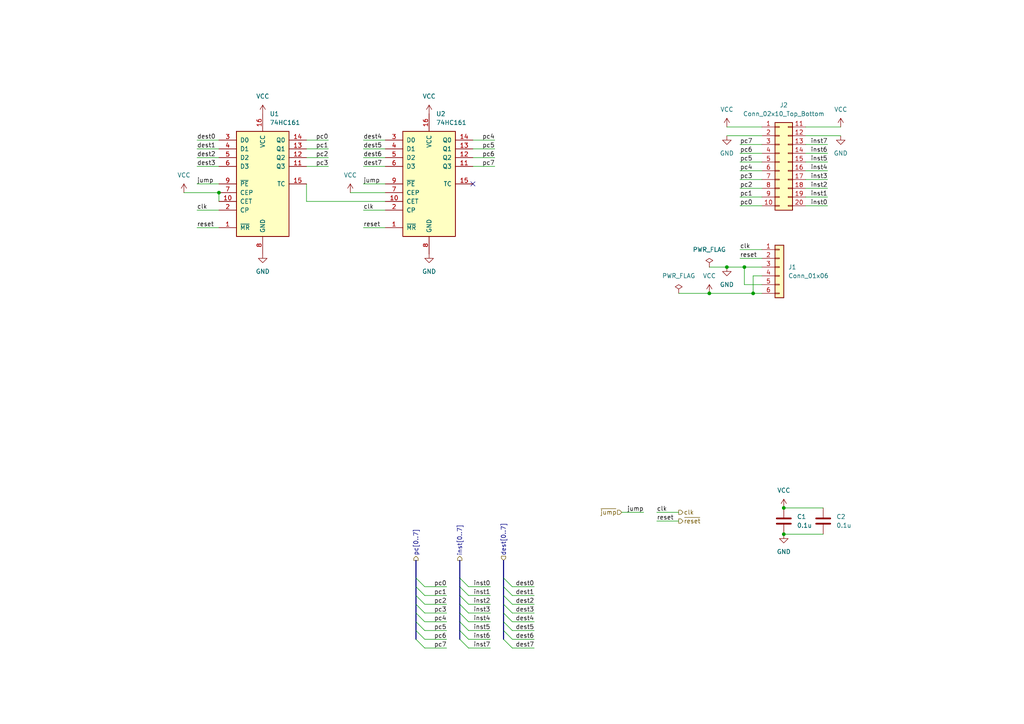
<source format=kicad_sch>
(kicad_sch (version 20211123) (generator eeschema)

  (uuid e9724c91-c9d9-4644-a4ea-9512e9175da2)

  (paper "A4")

  (lib_symbols
    (symbol "74xx:74LS161" (pin_names (offset 1.016)) (in_bom yes) (on_board yes)
      (property "Reference" "U" (id 0) (at -7.62 16.51 0)
        (effects (font (size 1.27 1.27)))
      )
      (property "Value" "74LS161" (id 1) (at -7.62 -16.51 0)
        (effects (font (size 1.27 1.27)))
      )
      (property "Footprint" "" (id 2) (at 0 0 0)
        (effects (font (size 1.27 1.27)) hide)
      )
      (property "Datasheet" "http://www.ti.com/lit/gpn/sn74LS161" (id 3) (at 0 0 0)
        (effects (font (size 1.27 1.27)) hide)
      )
      (property "ki_locked" "" (id 4) (at 0 0 0)
        (effects (font (size 1.27 1.27)))
      )
      (property "ki_keywords" "TTL CNT CNT4" (id 5) (at 0 0 0)
        (effects (font (size 1.27 1.27)) hide)
      )
      (property "ki_description" "Synchronous 4-bit programmable binary Counter" (id 6) (at 0 0 0)
        (effects (font (size 1.27 1.27)) hide)
      )
      (property "ki_fp_filters" "DIP?16*" (id 7) (at 0 0 0)
        (effects (font (size 1.27 1.27)) hide)
      )
      (symbol "74LS161_1_0"
        (pin input line (at -12.7 -12.7 0) (length 5.08)
          (name "~{MR}" (effects (font (size 1.27 1.27))))
          (number "1" (effects (font (size 1.27 1.27))))
        )
        (pin input line (at -12.7 -5.08 0) (length 5.08)
          (name "CET" (effects (font (size 1.27 1.27))))
          (number "10" (effects (font (size 1.27 1.27))))
        )
        (pin output line (at 12.7 5.08 180) (length 5.08)
          (name "Q3" (effects (font (size 1.27 1.27))))
          (number "11" (effects (font (size 1.27 1.27))))
        )
        (pin output line (at 12.7 7.62 180) (length 5.08)
          (name "Q2" (effects (font (size 1.27 1.27))))
          (number "12" (effects (font (size 1.27 1.27))))
        )
        (pin output line (at 12.7 10.16 180) (length 5.08)
          (name "Q1" (effects (font (size 1.27 1.27))))
          (number "13" (effects (font (size 1.27 1.27))))
        )
        (pin output line (at 12.7 12.7 180) (length 5.08)
          (name "Q0" (effects (font (size 1.27 1.27))))
          (number "14" (effects (font (size 1.27 1.27))))
        )
        (pin output line (at 12.7 0 180) (length 5.08)
          (name "TC" (effects (font (size 1.27 1.27))))
          (number "15" (effects (font (size 1.27 1.27))))
        )
        (pin power_in line (at 0 20.32 270) (length 5.08)
          (name "VCC" (effects (font (size 1.27 1.27))))
          (number "16" (effects (font (size 1.27 1.27))))
        )
        (pin input line (at -12.7 -7.62 0) (length 5.08)
          (name "CP" (effects (font (size 1.27 1.27))))
          (number "2" (effects (font (size 1.27 1.27))))
        )
        (pin input line (at -12.7 12.7 0) (length 5.08)
          (name "D0" (effects (font (size 1.27 1.27))))
          (number "3" (effects (font (size 1.27 1.27))))
        )
        (pin input line (at -12.7 10.16 0) (length 5.08)
          (name "D1" (effects (font (size 1.27 1.27))))
          (number "4" (effects (font (size 1.27 1.27))))
        )
        (pin input line (at -12.7 7.62 0) (length 5.08)
          (name "D2" (effects (font (size 1.27 1.27))))
          (number "5" (effects (font (size 1.27 1.27))))
        )
        (pin input line (at -12.7 5.08 0) (length 5.08)
          (name "D3" (effects (font (size 1.27 1.27))))
          (number "6" (effects (font (size 1.27 1.27))))
        )
        (pin input line (at -12.7 -2.54 0) (length 5.08)
          (name "CEP" (effects (font (size 1.27 1.27))))
          (number "7" (effects (font (size 1.27 1.27))))
        )
        (pin power_in line (at 0 -20.32 90) (length 5.08)
          (name "GND" (effects (font (size 1.27 1.27))))
          (number "8" (effects (font (size 1.27 1.27))))
        )
        (pin input line (at -12.7 0 0) (length 5.08)
          (name "~{PE}" (effects (font (size 1.27 1.27))))
          (number "9" (effects (font (size 1.27 1.27))))
        )
      )
      (symbol "74LS161_1_1"
        (rectangle (start -7.62 15.24) (end 7.62 -15.24)
          (stroke (width 0.254) (type default) (color 0 0 0 0))
          (fill (type background))
        )
      )
    )
    (symbol "Connector_Generic:Conn_01x06" (pin_names (offset 1.016) hide) (in_bom yes) (on_board yes)
      (property "Reference" "J" (id 0) (at 0 7.62 0)
        (effects (font (size 1.27 1.27)))
      )
      (property "Value" "Conn_01x06" (id 1) (at 0 -10.16 0)
        (effects (font (size 1.27 1.27)))
      )
      (property "Footprint" "" (id 2) (at 0 0 0)
        (effects (font (size 1.27 1.27)) hide)
      )
      (property "Datasheet" "~" (id 3) (at 0 0 0)
        (effects (font (size 1.27 1.27)) hide)
      )
      (property "ki_keywords" "connector" (id 4) (at 0 0 0)
        (effects (font (size 1.27 1.27)) hide)
      )
      (property "ki_description" "Generic connector, single row, 01x06, script generated (kicad-library-utils/schlib/autogen/connector/)" (id 5) (at 0 0 0)
        (effects (font (size 1.27 1.27)) hide)
      )
      (property "ki_fp_filters" "Connector*:*_1x??_*" (id 6) (at 0 0 0)
        (effects (font (size 1.27 1.27)) hide)
      )
      (symbol "Conn_01x06_1_1"
        (rectangle (start -1.27 -7.493) (end 0 -7.747)
          (stroke (width 0.1524) (type default) (color 0 0 0 0))
          (fill (type none))
        )
        (rectangle (start -1.27 -4.953) (end 0 -5.207)
          (stroke (width 0.1524) (type default) (color 0 0 0 0))
          (fill (type none))
        )
        (rectangle (start -1.27 -2.413) (end 0 -2.667)
          (stroke (width 0.1524) (type default) (color 0 0 0 0))
          (fill (type none))
        )
        (rectangle (start -1.27 0.127) (end 0 -0.127)
          (stroke (width 0.1524) (type default) (color 0 0 0 0))
          (fill (type none))
        )
        (rectangle (start -1.27 2.667) (end 0 2.413)
          (stroke (width 0.1524) (type default) (color 0 0 0 0))
          (fill (type none))
        )
        (rectangle (start -1.27 5.207) (end 0 4.953)
          (stroke (width 0.1524) (type default) (color 0 0 0 0))
          (fill (type none))
        )
        (rectangle (start -1.27 6.35) (end 1.27 -8.89)
          (stroke (width 0.254) (type default) (color 0 0 0 0))
          (fill (type background))
        )
        (pin passive line (at -5.08 5.08 0) (length 3.81)
          (name "Pin_1" (effects (font (size 1.27 1.27))))
          (number "1" (effects (font (size 1.27 1.27))))
        )
        (pin passive line (at -5.08 2.54 0) (length 3.81)
          (name "Pin_2" (effects (font (size 1.27 1.27))))
          (number "2" (effects (font (size 1.27 1.27))))
        )
        (pin passive line (at -5.08 0 0) (length 3.81)
          (name "Pin_3" (effects (font (size 1.27 1.27))))
          (number "3" (effects (font (size 1.27 1.27))))
        )
        (pin passive line (at -5.08 -2.54 0) (length 3.81)
          (name "Pin_4" (effects (font (size 1.27 1.27))))
          (number "4" (effects (font (size 1.27 1.27))))
        )
        (pin passive line (at -5.08 -5.08 0) (length 3.81)
          (name "Pin_5" (effects (font (size 1.27 1.27))))
          (number "5" (effects (font (size 1.27 1.27))))
        )
        (pin passive line (at -5.08 -7.62 0) (length 3.81)
          (name "Pin_6" (effects (font (size 1.27 1.27))))
          (number "6" (effects (font (size 1.27 1.27))))
        )
      )
    )
    (symbol "Connector_Generic:Conn_02x10_Top_Bottom" (pin_names (offset 1.016) hide) (in_bom yes) (on_board yes)
      (property "Reference" "J" (id 0) (at 1.27 12.7 0)
        (effects (font (size 1.27 1.27)))
      )
      (property "Value" "Conn_02x10_Top_Bottom" (id 1) (at 1.27 -15.24 0)
        (effects (font (size 1.27 1.27)))
      )
      (property "Footprint" "" (id 2) (at 0 0 0)
        (effects (font (size 1.27 1.27)) hide)
      )
      (property "Datasheet" "~" (id 3) (at 0 0 0)
        (effects (font (size 1.27 1.27)) hide)
      )
      (property "ki_keywords" "connector" (id 4) (at 0 0 0)
        (effects (font (size 1.27 1.27)) hide)
      )
      (property "ki_description" "Generic connector, double row, 02x10, top/bottom pin numbering scheme (row 1: 1...pins_per_row, row2: pins_per_row+1 ... num_pins), script generated (kicad-library-utils/schlib/autogen/connector/)" (id 5) (at 0 0 0)
        (effects (font (size 1.27 1.27)) hide)
      )
      (property "ki_fp_filters" "Connector*:*_2x??_*" (id 6) (at 0 0 0)
        (effects (font (size 1.27 1.27)) hide)
      )
      (symbol "Conn_02x10_Top_Bottom_1_1"
        (rectangle (start -1.27 -12.573) (end 0 -12.827)
          (stroke (width 0.1524) (type default) (color 0 0 0 0))
          (fill (type none))
        )
        (rectangle (start -1.27 -10.033) (end 0 -10.287)
          (stroke (width 0.1524) (type default) (color 0 0 0 0))
          (fill (type none))
        )
        (rectangle (start -1.27 -7.493) (end 0 -7.747)
          (stroke (width 0.1524) (type default) (color 0 0 0 0))
          (fill (type none))
        )
        (rectangle (start -1.27 -4.953) (end 0 -5.207)
          (stroke (width 0.1524) (type default) (color 0 0 0 0))
          (fill (type none))
        )
        (rectangle (start -1.27 -2.413) (end 0 -2.667)
          (stroke (width 0.1524) (type default) (color 0 0 0 0))
          (fill (type none))
        )
        (rectangle (start -1.27 0.127) (end 0 -0.127)
          (stroke (width 0.1524) (type default) (color 0 0 0 0))
          (fill (type none))
        )
        (rectangle (start -1.27 2.667) (end 0 2.413)
          (stroke (width 0.1524) (type default) (color 0 0 0 0))
          (fill (type none))
        )
        (rectangle (start -1.27 5.207) (end 0 4.953)
          (stroke (width 0.1524) (type default) (color 0 0 0 0))
          (fill (type none))
        )
        (rectangle (start -1.27 7.747) (end 0 7.493)
          (stroke (width 0.1524) (type default) (color 0 0 0 0))
          (fill (type none))
        )
        (rectangle (start -1.27 10.287) (end 0 10.033)
          (stroke (width 0.1524) (type default) (color 0 0 0 0))
          (fill (type none))
        )
        (rectangle (start -1.27 11.43) (end 3.81 -13.97)
          (stroke (width 0.254) (type default) (color 0 0 0 0))
          (fill (type background))
        )
        (rectangle (start 3.81 -12.573) (end 2.54 -12.827)
          (stroke (width 0.1524) (type default) (color 0 0 0 0))
          (fill (type none))
        )
        (rectangle (start 3.81 -10.033) (end 2.54 -10.287)
          (stroke (width 0.1524) (type default) (color 0 0 0 0))
          (fill (type none))
        )
        (rectangle (start 3.81 -7.493) (end 2.54 -7.747)
          (stroke (width 0.1524) (type default) (color 0 0 0 0))
          (fill (type none))
        )
        (rectangle (start 3.81 -4.953) (end 2.54 -5.207)
          (stroke (width 0.1524) (type default) (color 0 0 0 0))
          (fill (type none))
        )
        (rectangle (start 3.81 -2.413) (end 2.54 -2.667)
          (stroke (width 0.1524) (type default) (color 0 0 0 0))
          (fill (type none))
        )
        (rectangle (start 3.81 0.127) (end 2.54 -0.127)
          (stroke (width 0.1524) (type default) (color 0 0 0 0))
          (fill (type none))
        )
        (rectangle (start 3.81 2.667) (end 2.54 2.413)
          (stroke (width 0.1524) (type default) (color 0 0 0 0))
          (fill (type none))
        )
        (rectangle (start 3.81 5.207) (end 2.54 4.953)
          (stroke (width 0.1524) (type default) (color 0 0 0 0))
          (fill (type none))
        )
        (rectangle (start 3.81 7.747) (end 2.54 7.493)
          (stroke (width 0.1524) (type default) (color 0 0 0 0))
          (fill (type none))
        )
        (rectangle (start 3.81 10.287) (end 2.54 10.033)
          (stroke (width 0.1524) (type default) (color 0 0 0 0))
          (fill (type none))
        )
        (pin passive line (at -5.08 10.16 0) (length 3.81)
          (name "Pin_1" (effects (font (size 1.27 1.27))))
          (number "1" (effects (font (size 1.27 1.27))))
        )
        (pin passive line (at -5.08 -12.7 0) (length 3.81)
          (name "Pin_10" (effects (font (size 1.27 1.27))))
          (number "10" (effects (font (size 1.27 1.27))))
        )
        (pin passive line (at 7.62 10.16 180) (length 3.81)
          (name "Pin_11" (effects (font (size 1.27 1.27))))
          (number "11" (effects (font (size 1.27 1.27))))
        )
        (pin passive line (at 7.62 7.62 180) (length 3.81)
          (name "Pin_12" (effects (font (size 1.27 1.27))))
          (number "12" (effects (font (size 1.27 1.27))))
        )
        (pin passive line (at 7.62 5.08 180) (length 3.81)
          (name "Pin_13" (effects (font (size 1.27 1.27))))
          (number "13" (effects (font (size 1.27 1.27))))
        )
        (pin passive line (at 7.62 2.54 180) (length 3.81)
          (name "Pin_14" (effects (font (size 1.27 1.27))))
          (number "14" (effects (font (size 1.27 1.27))))
        )
        (pin passive line (at 7.62 0 180) (length 3.81)
          (name "Pin_15" (effects (font (size 1.27 1.27))))
          (number "15" (effects (font (size 1.27 1.27))))
        )
        (pin passive line (at 7.62 -2.54 180) (length 3.81)
          (name "Pin_16" (effects (font (size 1.27 1.27))))
          (number "16" (effects (font (size 1.27 1.27))))
        )
        (pin passive line (at 7.62 -5.08 180) (length 3.81)
          (name "Pin_17" (effects (font (size 1.27 1.27))))
          (number "17" (effects (font (size 1.27 1.27))))
        )
        (pin passive line (at 7.62 -7.62 180) (length 3.81)
          (name "Pin_18" (effects (font (size 1.27 1.27))))
          (number "18" (effects (font (size 1.27 1.27))))
        )
        (pin passive line (at 7.62 -10.16 180) (length 3.81)
          (name "Pin_19" (effects (font (size 1.27 1.27))))
          (number "19" (effects (font (size 1.27 1.27))))
        )
        (pin passive line (at -5.08 7.62 0) (length 3.81)
          (name "Pin_2" (effects (font (size 1.27 1.27))))
          (number "2" (effects (font (size 1.27 1.27))))
        )
        (pin passive line (at 7.62 -12.7 180) (length 3.81)
          (name "Pin_20" (effects (font (size 1.27 1.27))))
          (number "20" (effects (font (size 1.27 1.27))))
        )
        (pin passive line (at -5.08 5.08 0) (length 3.81)
          (name "Pin_3" (effects (font (size 1.27 1.27))))
          (number "3" (effects (font (size 1.27 1.27))))
        )
        (pin passive line (at -5.08 2.54 0) (length 3.81)
          (name "Pin_4" (effects (font (size 1.27 1.27))))
          (number "4" (effects (font (size 1.27 1.27))))
        )
        (pin passive line (at -5.08 0 0) (length 3.81)
          (name "Pin_5" (effects (font (size 1.27 1.27))))
          (number "5" (effects (font (size 1.27 1.27))))
        )
        (pin passive line (at -5.08 -2.54 0) (length 3.81)
          (name "Pin_6" (effects (font (size 1.27 1.27))))
          (number "6" (effects (font (size 1.27 1.27))))
        )
        (pin passive line (at -5.08 -5.08 0) (length 3.81)
          (name "Pin_7" (effects (font (size 1.27 1.27))))
          (number "7" (effects (font (size 1.27 1.27))))
        )
        (pin passive line (at -5.08 -7.62 0) (length 3.81)
          (name "Pin_8" (effects (font (size 1.27 1.27))))
          (number "8" (effects (font (size 1.27 1.27))))
        )
        (pin passive line (at -5.08 -10.16 0) (length 3.81)
          (name "Pin_9" (effects (font (size 1.27 1.27))))
          (number "9" (effects (font (size 1.27 1.27))))
        )
      )
    )
    (symbol "Device:C" (pin_numbers hide) (pin_names (offset 0.254)) (in_bom yes) (on_board yes)
      (property "Reference" "C" (id 0) (at 0.635 2.54 0)
        (effects (font (size 1.27 1.27)) (justify left))
      )
      (property "Value" "C" (id 1) (at 0.635 -2.54 0)
        (effects (font (size 1.27 1.27)) (justify left))
      )
      (property "Footprint" "" (id 2) (at 0.9652 -3.81 0)
        (effects (font (size 1.27 1.27)) hide)
      )
      (property "Datasheet" "~" (id 3) (at 0 0 0)
        (effects (font (size 1.27 1.27)) hide)
      )
      (property "ki_keywords" "cap capacitor" (id 4) (at 0 0 0)
        (effects (font (size 1.27 1.27)) hide)
      )
      (property "ki_description" "Unpolarized capacitor" (id 5) (at 0 0 0)
        (effects (font (size 1.27 1.27)) hide)
      )
      (property "ki_fp_filters" "C_*" (id 6) (at 0 0 0)
        (effects (font (size 1.27 1.27)) hide)
      )
      (symbol "C_0_1"
        (polyline
          (pts
            (xy -2.032 -0.762)
            (xy 2.032 -0.762)
          )
          (stroke (width 0.508) (type default) (color 0 0 0 0))
          (fill (type none))
        )
        (polyline
          (pts
            (xy -2.032 0.762)
            (xy 2.032 0.762)
          )
          (stroke (width 0.508) (type default) (color 0 0 0 0))
          (fill (type none))
        )
      )
      (symbol "C_1_1"
        (pin passive line (at 0 3.81 270) (length 2.794)
          (name "~" (effects (font (size 1.27 1.27))))
          (number "1" (effects (font (size 1.27 1.27))))
        )
        (pin passive line (at 0 -3.81 90) (length 2.794)
          (name "~" (effects (font (size 1.27 1.27))))
          (number "2" (effects (font (size 1.27 1.27))))
        )
      )
    )
    (symbol "power:GND" (power) (pin_names (offset 0)) (in_bom yes) (on_board yes)
      (property "Reference" "#PWR" (id 0) (at 0 -6.35 0)
        (effects (font (size 1.27 1.27)) hide)
      )
      (property "Value" "GND" (id 1) (at 0 -3.81 0)
        (effects (font (size 1.27 1.27)))
      )
      (property "Footprint" "" (id 2) (at 0 0 0)
        (effects (font (size 1.27 1.27)) hide)
      )
      (property "Datasheet" "" (id 3) (at 0 0 0)
        (effects (font (size 1.27 1.27)) hide)
      )
      (property "ki_keywords" "power-flag" (id 4) (at 0 0 0)
        (effects (font (size 1.27 1.27)) hide)
      )
      (property "ki_description" "Power symbol creates a global label with name \"GND\" , ground" (id 5) (at 0 0 0)
        (effects (font (size 1.27 1.27)) hide)
      )
      (symbol "GND_0_1"
        (polyline
          (pts
            (xy 0 0)
            (xy 0 -1.27)
            (xy 1.27 -1.27)
            (xy 0 -2.54)
            (xy -1.27 -1.27)
            (xy 0 -1.27)
          )
          (stroke (width 0) (type default) (color 0 0 0 0))
          (fill (type none))
        )
      )
      (symbol "GND_1_1"
        (pin power_in line (at 0 0 270) (length 0) hide
          (name "GND" (effects (font (size 1.27 1.27))))
          (number "1" (effects (font (size 1.27 1.27))))
        )
      )
    )
    (symbol "power:PWR_FLAG" (power) (pin_numbers hide) (pin_names (offset 0) hide) (in_bom yes) (on_board yes)
      (property "Reference" "#FLG" (id 0) (at 0 1.905 0)
        (effects (font (size 1.27 1.27)) hide)
      )
      (property "Value" "PWR_FLAG" (id 1) (at 0 3.81 0)
        (effects (font (size 1.27 1.27)))
      )
      (property "Footprint" "" (id 2) (at 0 0 0)
        (effects (font (size 1.27 1.27)) hide)
      )
      (property "Datasheet" "~" (id 3) (at 0 0 0)
        (effects (font (size 1.27 1.27)) hide)
      )
      (property "ki_keywords" "power-flag" (id 4) (at 0 0 0)
        (effects (font (size 1.27 1.27)) hide)
      )
      (property "ki_description" "Special symbol for telling ERC where power comes from" (id 5) (at 0 0 0)
        (effects (font (size 1.27 1.27)) hide)
      )
      (symbol "PWR_FLAG_0_0"
        (pin power_out line (at 0 0 90) (length 0)
          (name "pwr" (effects (font (size 1.27 1.27))))
          (number "1" (effects (font (size 1.27 1.27))))
        )
      )
      (symbol "PWR_FLAG_0_1"
        (polyline
          (pts
            (xy 0 0)
            (xy 0 1.27)
            (xy -1.016 1.905)
            (xy 0 2.54)
            (xy 1.016 1.905)
            (xy 0 1.27)
          )
          (stroke (width 0) (type default) (color 0 0 0 0))
          (fill (type none))
        )
      )
    )
    (symbol "power:VCC" (power) (pin_names (offset 0)) (in_bom yes) (on_board yes)
      (property "Reference" "#PWR" (id 0) (at 0 -3.81 0)
        (effects (font (size 1.27 1.27)) hide)
      )
      (property "Value" "VCC" (id 1) (at 0 3.81 0)
        (effects (font (size 1.27 1.27)))
      )
      (property "Footprint" "" (id 2) (at 0 0 0)
        (effects (font (size 1.27 1.27)) hide)
      )
      (property "Datasheet" "" (id 3) (at 0 0 0)
        (effects (font (size 1.27 1.27)) hide)
      )
      (property "ki_keywords" "power-flag" (id 4) (at 0 0 0)
        (effects (font (size 1.27 1.27)) hide)
      )
      (property "ki_description" "Power symbol creates a global label with name \"VCC\"" (id 5) (at 0 0 0)
        (effects (font (size 1.27 1.27)) hide)
      )
      (symbol "VCC_0_1"
        (polyline
          (pts
            (xy -0.762 1.27)
            (xy 0 2.54)
          )
          (stroke (width 0) (type default) (color 0 0 0 0))
          (fill (type none))
        )
        (polyline
          (pts
            (xy 0 0)
            (xy 0 2.54)
          )
          (stroke (width 0) (type default) (color 0 0 0 0))
          (fill (type none))
        )
        (polyline
          (pts
            (xy 0 2.54)
            (xy 0.762 1.27)
          )
          (stroke (width 0) (type default) (color 0 0 0 0))
          (fill (type none))
        )
      )
      (symbol "VCC_1_1"
        (pin power_in line (at 0 0 90) (length 0) hide
          (name "VCC" (effects (font (size 1.27 1.27))))
          (number "1" (effects (font (size 1.27 1.27))))
        )
      )
    )
  )

  (junction (at 215.9 77.47) (diameter 0) (color 0 0 0 0)
    (uuid 61640b4b-4a3f-4bfd-8883-5c9d8b24ff41)
  )
  (junction (at 227.33 154.94) (diameter 0) (color 0 0 0 0)
    (uuid c16a18f3-76b9-4586-b100-9dbe4346425c)
  )
  (junction (at 63.5 55.88) (diameter 0) (color 0 0 0 0)
    (uuid c49f1b53-e50d-44a4-bae5-897c5622bdf1)
  )
  (junction (at 218.44 85.09) (diameter 0) (color 0 0 0 0)
    (uuid d836569a-b417-4ccd-b478-09f761f71802)
  )
  (junction (at 205.74 85.09) (diameter 0) (color 0 0 0 0)
    (uuid d976908b-45f0-4b95-b10a-2e0587c792f1)
  )
  (junction (at 227.33 147.32) (diameter 0) (color 0 0 0 0)
    (uuid dd76fbe5-d34b-47bd-888b-ed59b4cd7afb)
  )
  (junction (at 210.82 77.47) (diameter 0) (color 0 0 0 0)
    (uuid f0ea12e1-48f0-4cb1-a453-d5ea07fcf22f)
  )

  (no_connect (at 137.16 53.34) (uuid 2820bf18-df3d-488a-b6e7-454e07d39de6))

  (bus_entry (at 146.05 167.64) (size 2.54 2.54)
    (stroke (width 0) (type default) (color 0 0 0 0))
    (uuid 007577b1-d951-46f8-ad67-4b7f31af0c36)
  )
  (bus_entry (at 146.05 185.42) (size 2.54 2.54)
    (stroke (width 0) (type default) (color 0 0 0 0))
    (uuid 0bb968b4-73e9-454d-a403-93cffab68cec)
  )
  (bus_entry (at 133.35 175.26) (size 2.54 2.54)
    (stroke (width 0) (type default) (color 0 0 0 0))
    (uuid 0fceb938-96b9-421d-b669-caf5201a1aca)
  )
  (bus_entry (at 120.65 182.88) (size 2.54 2.54)
    (stroke (width 0) (type default) (color 0 0 0 0))
    (uuid 2b920168-30b3-4575-9222-e81b6f56bc6a)
  )
  (bus_entry (at 146.05 172.72) (size 2.54 2.54)
    (stroke (width 0) (type default) (color 0 0 0 0))
    (uuid 339a9283-2238-4b7e-811c-7766a07a558b)
  )
  (bus_entry (at 133.35 170.18) (size 2.54 2.54)
    (stroke (width 0) (type default) (color 0 0 0 0))
    (uuid 3ecf12ba-215f-4806-99ff-db7551d50d0a)
  )
  (bus_entry (at 133.35 185.42) (size 2.54 2.54)
    (stroke (width 0) (type default) (color 0 0 0 0))
    (uuid 3ed508ca-a4eb-4010-923b-aecf8fa9447a)
  )
  (bus_entry (at 120.65 180.34) (size 2.54 2.54)
    (stroke (width 0) (type default) (color 0 0 0 0))
    (uuid 404247ef-bf75-4443-9e65-fe5cb7a2f9d7)
  )
  (bus_entry (at 133.35 167.64) (size 2.54 2.54)
    (stroke (width 0) (type default) (color 0 0 0 0))
    (uuid 49d05cda-f7c0-4849-b369-07562defc1ae)
  )
  (bus_entry (at 120.65 172.72) (size 2.54 2.54)
    (stroke (width 0) (type default) (color 0 0 0 0))
    (uuid 4ba467f5-b7ea-4a16-ac9e-f04a333a03a8)
  )
  (bus_entry (at 146.05 177.8) (size 2.54 2.54)
    (stroke (width 0) (type default) (color 0 0 0 0))
    (uuid 4e3ce158-985c-4c49-8af9-c5d3ea94325d)
  )
  (bus_entry (at 146.05 180.34) (size 2.54 2.54)
    (stroke (width 0) (type default) (color 0 0 0 0))
    (uuid 4ff38db2-3af6-4b7f-9092-6361adc661d5)
  )
  (bus_entry (at 146.05 182.88) (size 2.54 2.54)
    (stroke (width 0) (type default) (color 0 0 0 0))
    (uuid 529d6bec-013f-4a52-90a1-ee6daf65a506)
  )
  (bus_entry (at 120.65 167.64) (size 2.54 2.54)
    (stroke (width 0) (type default) (color 0 0 0 0))
    (uuid 5b8b331e-ec07-4eac-b5b7-c2d2c722d676)
  )
  (bus_entry (at 133.35 180.34) (size 2.54 2.54)
    (stroke (width 0) (type default) (color 0 0 0 0))
    (uuid 69e2e327-8583-4bae-a0cc-38580001af80)
  )
  (bus_entry (at 146.05 170.18) (size 2.54 2.54)
    (stroke (width 0) (type default) (color 0 0 0 0))
    (uuid 6a2a8f13-62ef-422b-aa97-54e4ea3afdcc)
  )
  (bus_entry (at 146.05 175.26) (size 2.54 2.54)
    (stroke (width 0) (type default) (color 0 0 0 0))
    (uuid 701ef66f-000f-41a9-8cb5-4286b1719fe3)
  )
  (bus_entry (at 120.65 185.42) (size 2.54 2.54)
    (stroke (width 0) (type default) (color 0 0 0 0))
    (uuid b87a97ff-ea00-4cbf-b357-aa66d004d284)
  )
  (bus_entry (at 120.65 175.26) (size 2.54 2.54)
    (stroke (width 0) (type default) (color 0 0 0 0))
    (uuid bb77d0c7-0db0-4a72-b037-0e6ee310e38c)
  )
  (bus_entry (at 133.35 172.72) (size 2.54 2.54)
    (stroke (width 0) (type default) (color 0 0 0 0))
    (uuid c46127d9-2414-43f2-9937-9a2f775a8557)
  )
  (bus_entry (at 120.65 170.18) (size 2.54 2.54)
    (stroke (width 0) (type default) (color 0 0 0 0))
    (uuid d2076227-cbf1-4333-af15-3b22131cae4d)
  )
  (bus_entry (at 120.65 177.8) (size 2.54 2.54)
    (stroke (width 0) (type default) (color 0 0 0 0))
    (uuid d3c52a10-6508-43c5-a01b-5ed9f54bedda)
  )
  (bus_entry (at 133.35 182.88) (size 2.54 2.54)
    (stroke (width 0) (type default) (color 0 0 0 0))
    (uuid e11d2d20-ea68-48d3-b5df-efce67a4c473)
  )
  (bus_entry (at 133.35 177.8) (size 2.54 2.54)
    (stroke (width 0) (type default) (color 0 0 0 0))
    (uuid fc0c5b15-d67d-45c3-aaa8-ca646151ba43)
  )

  (wire (pts (xy 218.44 85.09) (xy 220.98 85.09))
    (stroke (width 0) (type default) (color 0 0 0 0))
    (uuid 00eb2e68-d5be-4b83-a7b3-6c99669f9b94)
  )
  (bus (pts (xy 146.05 172.72) (xy 146.05 175.26))
    (stroke (width 0) (type default) (color 0 0 0 0))
    (uuid 017cc019-3db8-4663-93ef-a76108ef5d11)
  )

  (wire (pts (xy 214.63 44.45) (xy 220.98 44.45))
    (stroke (width 0) (type default) (color 0 0 0 0))
    (uuid 0ba12a77-6c6d-42a6-8ba2-00ba3bb21c42)
  )
  (wire (pts (xy 214.63 74.93) (xy 220.98 74.93))
    (stroke (width 0) (type default) (color 0 0 0 0))
    (uuid 0bae4daf-e09b-4bf3-98f9-9791e960b50d)
  )
  (wire (pts (xy 190.5 151.13) (xy 196.85 151.13))
    (stroke (width 0) (type default) (color 0 0 0 0))
    (uuid 0d054a70-5dc9-4335-836c-e6c29ab81559)
  )
  (wire (pts (xy 88.9 40.64) (xy 95.25 40.64))
    (stroke (width 0) (type default) (color 0 0 0 0))
    (uuid 14d4bad5-6126-49d8-ba42-100a216a491c)
  )
  (wire (pts (xy 105.41 45.72) (xy 111.76 45.72))
    (stroke (width 0) (type default) (color 0 0 0 0))
    (uuid 1658632f-46f6-4eb0-a9e1-48c82c2284cd)
  )
  (wire (pts (xy 101.6 55.88) (xy 111.76 55.88))
    (stroke (width 0) (type default) (color 0 0 0 0))
    (uuid 16aa0c7c-5bcd-4c1b-a49c-822b962eb6ce)
  )
  (wire (pts (xy 214.63 49.53) (xy 220.98 49.53))
    (stroke (width 0) (type default) (color 0 0 0 0))
    (uuid 184b637a-91d2-4a9d-a05c-09cb15f3de09)
  )
  (wire (pts (xy 105.41 60.96) (xy 111.76 60.96))
    (stroke (width 0) (type default) (color 0 0 0 0))
    (uuid 1de82e46-58f8-472b-bf65-198445eb0441)
  )
  (wire (pts (xy 63.5 55.88) (xy 63.5 58.42))
    (stroke (width 0) (type default) (color 0 0 0 0))
    (uuid 1fbd6318-1a05-4bc2-91be-7423c6ea9b86)
  )
  (wire (pts (xy 214.63 41.91) (xy 220.98 41.91))
    (stroke (width 0) (type default) (color 0 0 0 0))
    (uuid 2a38ef88-acf2-4c18-bd09-fd4e96836e06)
  )
  (wire (pts (xy 105.41 40.64) (xy 111.76 40.64))
    (stroke (width 0) (type default) (color 0 0 0 0))
    (uuid 2f89c8a8-aacb-4c7d-9656-282290af26ea)
  )
  (wire (pts (xy 105.41 66.04) (xy 111.76 66.04))
    (stroke (width 0) (type default) (color 0 0 0 0))
    (uuid 32103b60-9ed1-439e-a140-ca8ebe5ff72a)
  )
  (wire (pts (xy 123.19 175.26) (xy 129.54 175.26))
    (stroke (width 0) (type default) (color 0 0 0 0))
    (uuid 36bc33aa-5628-403c-8d0a-6715133ec059)
  )
  (wire (pts (xy 57.15 53.34) (xy 63.5 53.34))
    (stroke (width 0) (type default) (color 0 0 0 0))
    (uuid 36e04776-e29d-4b47-9e1b-bb288d0644f3)
  )
  (bus (pts (xy 133.35 177.8) (xy 133.35 180.34))
    (stroke (width 0) (type default) (color 0 0 0 0))
    (uuid 382cbbfc-34ba-409e-99ac-7de899a4f8e9)
  )
  (bus (pts (xy 146.05 175.26) (xy 146.05 177.8))
    (stroke (width 0) (type default) (color 0 0 0 0))
    (uuid 39fa4bf6-862c-4ea4-b4f0-08133c8e9803)
  )

  (wire (pts (xy 214.63 46.99) (xy 220.98 46.99))
    (stroke (width 0) (type default) (color 0 0 0 0))
    (uuid 3b9c744a-1b9f-4067-8c0e-d32b0551e4c5)
  )
  (bus (pts (xy 133.35 175.26) (xy 133.35 177.8))
    (stroke (width 0) (type default) (color 0 0 0 0))
    (uuid 3d7f64d4-05de-454c-849f-b328793df3d6)
  )

  (wire (pts (xy 137.16 40.64) (xy 143.51 40.64))
    (stroke (width 0) (type default) (color 0 0 0 0))
    (uuid 408cd616-e615-4388-9a65-feb55b620051)
  )
  (wire (pts (xy 148.59 187.96) (xy 154.94 187.96))
    (stroke (width 0) (type default) (color 0 0 0 0))
    (uuid 43846e1c-f922-4e00-94ae-529a4de333df)
  )
  (wire (pts (xy 137.16 48.26) (xy 143.51 48.26))
    (stroke (width 0) (type default) (color 0 0 0 0))
    (uuid 44671524-d0eb-4c16-9c79-2e787bc1b54a)
  )
  (wire (pts (xy 205.74 77.47) (xy 210.82 77.47))
    (stroke (width 0) (type default) (color 0 0 0 0))
    (uuid 469fac07-23a8-4f57-8d73-63d207331834)
  )
  (wire (pts (xy 196.85 85.09) (xy 205.74 85.09))
    (stroke (width 0) (type default) (color 0 0 0 0))
    (uuid 475805c9-5460-4f27-805a-bf86bb03b84a)
  )
  (wire (pts (xy 233.68 59.69) (xy 240.03 59.69))
    (stroke (width 0) (type default) (color 0 0 0 0))
    (uuid 487572e4-a965-4867-8e35-4b0b46d77ce3)
  )
  (wire (pts (xy 57.15 66.04) (xy 63.5 66.04))
    (stroke (width 0) (type default) (color 0 0 0 0))
    (uuid 49af45f9-c343-4529-a63a-7cf310a00679)
  )
  (wire (pts (xy 148.59 180.34) (xy 154.94 180.34))
    (stroke (width 0) (type default) (color 0 0 0 0))
    (uuid 4ac207a7-2f1f-4309-8e40-054b177189b1)
  )
  (wire (pts (xy 123.19 182.88) (xy 129.54 182.88))
    (stroke (width 0) (type default) (color 0 0 0 0))
    (uuid 4fe9d466-840a-4dd3-96c8-2dd8064d3783)
  )
  (wire (pts (xy 233.68 46.99) (xy 240.03 46.99))
    (stroke (width 0) (type default) (color 0 0 0 0))
    (uuid 5338b8d1-994b-4d88-8ce6-971006026ba1)
  )
  (wire (pts (xy 227.33 147.32) (xy 238.76 147.32))
    (stroke (width 0) (type default) (color 0 0 0 0))
    (uuid 53a88abb-f4aa-48d6-b374-44bd1609af63)
  )
  (wire (pts (xy 233.68 57.15) (xy 240.03 57.15))
    (stroke (width 0) (type default) (color 0 0 0 0))
    (uuid 540a2a40-f35c-4752-87a3-5ed0295b54be)
  )
  (wire (pts (xy 88.9 45.72) (xy 95.25 45.72))
    (stroke (width 0) (type default) (color 0 0 0 0))
    (uuid 548b5ef6-af56-4036-bc8e-525d2b62dfda)
  )
  (wire (pts (xy 220.98 80.01) (xy 218.44 80.01))
    (stroke (width 0) (type default) (color 0 0 0 0))
    (uuid 564a065a-3798-4b27-817c-eab7ac634b80)
  )
  (bus (pts (xy 146.05 177.8) (xy 146.05 180.34))
    (stroke (width 0) (type default) (color 0 0 0 0))
    (uuid 56b2a3d7-eb5d-4848-9d74-fba5578128d5)
  )
  (bus (pts (xy 120.65 182.88) (xy 120.65 185.42))
    (stroke (width 0) (type default) (color 0 0 0 0))
    (uuid 57f1063c-b88a-4433-9b55-3b04c825945d)
  )

  (wire (pts (xy 135.89 180.34) (xy 142.24 180.34))
    (stroke (width 0) (type default) (color 0 0 0 0))
    (uuid 59a5c07d-c781-47f9-b784-0b99101c5c93)
  )
  (wire (pts (xy 57.15 40.64) (xy 63.5 40.64))
    (stroke (width 0) (type default) (color 0 0 0 0))
    (uuid 5af1388a-5d58-4b78-9250-a10687e996aa)
  )
  (wire (pts (xy 148.59 182.88) (xy 154.94 182.88))
    (stroke (width 0) (type default) (color 0 0 0 0))
    (uuid 5bd8148a-bb8b-4953-bc35-c307c5d2a63b)
  )
  (wire (pts (xy 105.41 53.34) (xy 111.76 53.34))
    (stroke (width 0) (type default) (color 0 0 0 0))
    (uuid 5d4fb9e8-5ef5-46f5-aa55-bb26d14e0a76)
  )
  (bus (pts (xy 120.65 177.8) (xy 120.65 180.34))
    (stroke (width 0) (type default) (color 0 0 0 0))
    (uuid 5d562364-581c-4c10-a30b-32c8e699cd92)
  )

  (wire (pts (xy 88.9 43.18) (xy 95.25 43.18))
    (stroke (width 0) (type default) (color 0 0 0 0))
    (uuid 5fa80183-2ddf-4b93-819f-04550cc0a0c7)
  )
  (bus (pts (xy 146.05 162.56) (xy 146.05 167.64))
    (stroke (width 0) (type default) (color 0 0 0 0))
    (uuid 62e79857-883d-47bd-9c3b-bc573f541d18)
  )
  (bus (pts (xy 120.65 180.34) (xy 120.65 182.88))
    (stroke (width 0) (type default) (color 0 0 0 0))
    (uuid 690756d8-d838-4dd7-b6f4-5dadbfa3cca0)
  )

  (wire (pts (xy 135.89 177.8) (xy 142.24 177.8))
    (stroke (width 0) (type default) (color 0 0 0 0))
    (uuid 6a853804-c118-46b4-92ad-4a3a5155b930)
  )
  (wire (pts (xy 233.68 41.91) (xy 240.03 41.91))
    (stroke (width 0) (type default) (color 0 0 0 0))
    (uuid 6af0ba45-71ab-4da8-b998-d165ed32865a)
  )
  (bus (pts (xy 133.35 182.88) (xy 133.35 185.42))
    (stroke (width 0) (type default) (color 0 0 0 0))
    (uuid 6fe18e0b-7b40-4aa4-8c9b-dba9b4f280d8)
  )

  (wire (pts (xy 148.59 172.72) (xy 154.94 172.72))
    (stroke (width 0) (type default) (color 0 0 0 0))
    (uuid 7182429d-37f3-4781-80a9-5fa2c32ca9e1)
  )
  (bus (pts (xy 133.35 167.64) (xy 133.35 170.18))
    (stroke (width 0) (type default) (color 0 0 0 0))
    (uuid 7207c52e-1cd5-41ed-9836-17d0c6f6fe48)
  )

  (wire (pts (xy 123.19 180.34) (xy 129.54 180.34))
    (stroke (width 0) (type default) (color 0 0 0 0))
    (uuid 725091d0-d55d-4268-95f8-3ee4426d3c5c)
  )
  (bus (pts (xy 146.05 170.18) (xy 146.05 172.72))
    (stroke (width 0) (type default) (color 0 0 0 0))
    (uuid 735abeb3-c5fb-4aca-bcca-4119af72c51d)
  )

  (wire (pts (xy 57.15 60.96) (xy 63.5 60.96))
    (stroke (width 0) (type default) (color 0 0 0 0))
    (uuid 745b0cd9-8302-4e0d-9774-1468810ad1d4)
  )
  (wire (pts (xy 148.59 175.26) (xy 154.94 175.26))
    (stroke (width 0) (type default) (color 0 0 0 0))
    (uuid 7481668f-2752-4d1c-ba64-6010a6b57bb3)
  )
  (wire (pts (xy 135.89 182.88) (xy 142.24 182.88))
    (stroke (width 0) (type default) (color 0 0 0 0))
    (uuid 74c54bec-81b2-4059-9dc6-bad1d3297c4c)
  )
  (wire (pts (xy 233.68 44.45) (xy 240.03 44.45))
    (stroke (width 0) (type default) (color 0 0 0 0))
    (uuid 74d12ff0-af68-42bf-a452-6957aadb01c1)
  )
  (wire (pts (xy 137.16 45.72) (xy 143.51 45.72))
    (stroke (width 0) (type default) (color 0 0 0 0))
    (uuid 7524ce0e-2033-44c3-ba74-3905ee9da97f)
  )
  (wire (pts (xy 105.41 48.26) (xy 111.76 48.26))
    (stroke (width 0) (type default) (color 0 0 0 0))
    (uuid 7827c616-c133-47e4-868b-e83e2b41ef1e)
  )
  (bus (pts (xy 120.65 172.72) (xy 120.65 175.26))
    (stroke (width 0) (type default) (color 0 0 0 0))
    (uuid 7a44bb60-6c52-4619-b6cc-57460c9b4a5f)
  )

  (wire (pts (xy 233.68 52.07) (xy 240.03 52.07))
    (stroke (width 0) (type default) (color 0 0 0 0))
    (uuid 7d3a68d9-fadc-45b3-ac89-92001d28a68b)
  )
  (bus (pts (xy 133.35 180.34) (xy 133.35 182.88))
    (stroke (width 0) (type default) (color 0 0 0 0))
    (uuid 7e505613-0fa6-4565-b74a-4a1d6acecf86)
  )

  (wire (pts (xy 148.59 185.42) (xy 154.94 185.42))
    (stroke (width 0) (type default) (color 0 0 0 0))
    (uuid 825f1998-b80e-4ea9-b61f-4ad70a76a238)
  )
  (wire (pts (xy 205.74 85.09) (xy 218.44 85.09))
    (stroke (width 0) (type default) (color 0 0 0 0))
    (uuid 840f7d3e-3fdf-44a2-a005-b6432a13d9c5)
  )
  (wire (pts (xy 123.19 172.72) (xy 129.54 172.72))
    (stroke (width 0) (type default) (color 0 0 0 0))
    (uuid 846cb951-8bd8-4b5b-96ff-0c95ff00a1df)
  )
  (wire (pts (xy 210.82 39.37) (xy 220.98 39.37))
    (stroke (width 0) (type default) (color 0 0 0 0))
    (uuid 8960d8a4-6623-45f4-8933-e7815bcdd250)
  )
  (wire (pts (xy 88.9 53.34) (xy 88.9 58.42))
    (stroke (width 0) (type default) (color 0 0 0 0))
    (uuid 8c932ef7-b242-471a-80e2-0ee92a52d8b4)
  )
  (bus (pts (xy 146.05 182.88) (xy 146.05 185.42))
    (stroke (width 0) (type default) (color 0 0 0 0))
    (uuid 8d171b5b-a19d-4979-ab9a-74800e021b1f)
  )

  (wire (pts (xy 214.63 59.69) (xy 220.98 59.69))
    (stroke (width 0) (type default) (color 0 0 0 0))
    (uuid 9286ef36-367d-4eda-b2c6-9c2628e7c792)
  )
  (wire (pts (xy 123.19 170.18) (xy 129.54 170.18))
    (stroke (width 0) (type default) (color 0 0 0 0))
    (uuid 947270eb-e740-4ad4-9804-9026819b2b08)
  )
  (wire (pts (xy 135.89 170.18) (xy 142.24 170.18))
    (stroke (width 0) (type default) (color 0 0 0 0))
    (uuid 94becc25-41ae-4774-8087-3295d70ab046)
  )
  (bus (pts (xy 133.35 172.72) (xy 133.35 175.26))
    (stroke (width 0) (type default) (color 0 0 0 0))
    (uuid 95e4e090-6dc9-426f-a0d4-f37032e93764)
  )

  (wire (pts (xy 57.15 45.72) (xy 63.5 45.72))
    (stroke (width 0) (type default) (color 0 0 0 0))
    (uuid 9a363a4b-2a49-4661-bfa0-9f5fc7dec803)
  )
  (wire (pts (xy 57.15 43.18) (xy 63.5 43.18))
    (stroke (width 0) (type default) (color 0 0 0 0))
    (uuid 9a6a23a9-ce4c-437c-8683-27939974bc5a)
  )
  (wire (pts (xy 215.9 82.55) (xy 220.98 82.55))
    (stroke (width 0) (type default) (color 0 0 0 0))
    (uuid 9afc9b1e-00b8-4058-9725-741271f83e7e)
  )
  (wire (pts (xy 148.59 177.8) (xy 154.94 177.8))
    (stroke (width 0) (type default) (color 0 0 0 0))
    (uuid 9cc3f428-30d2-4203-9229-6e1d590a1c18)
  )
  (wire (pts (xy 105.41 43.18) (xy 111.76 43.18))
    (stroke (width 0) (type default) (color 0 0 0 0))
    (uuid 9dad25ec-c331-4692-a180-751ce54cb8fc)
  )
  (wire (pts (xy 210.82 77.47) (xy 215.9 77.47))
    (stroke (width 0) (type default) (color 0 0 0 0))
    (uuid a06622c7-5680-4057-8b2d-8858cc16d704)
  )
  (bus (pts (xy 146.05 167.64) (xy 146.05 170.18))
    (stroke (width 0) (type default) (color 0 0 0 0))
    (uuid a1ba2f93-c95a-4b00-8053-a260c10e323b)
  )
  (bus (pts (xy 133.35 162.56) (xy 133.35 167.64))
    (stroke (width 0) (type default) (color 0 0 0 0))
    (uuid ad930f09-842b-49e3-9afb-8dd9f2ae66bb)
  )

  (wire (pts (xy 57.15 48.26) (xy 63.5 48.26))
    (stroke (width 0) (type default) (color 0 0 0 0))
    (uuid aff4a36a-94e8-4fad-82c5-4d2ff334a250)
  )
  (wire (pts (xy 135.89 172.72) (xy 142.24 172.72))
    (stroke (width 0) (type default) (color 0 0 0 0))
    (uuid b3bb7a1f-0e2d-4bcd-b06a-000332b2872e)
  )
  (wire (pts (xy 218.44 80.01) (xy 218.44 85.09))
    (stroke (width 0) (type default) (color 0 0 0 0))
    (uuid b3f70e87-7336-4e9f-9e21-67038016257a)
  )
  (wire (pts (xy 123.19 185.42) (xy 129.54 185.42))
    (stroke (width 0) (type default) (color 0 0 0 0))
    (uuid b4bc342f-e888-4f71-8474-d7e86ad8b549)
  )
  (wire (pts (xy 137.16 43.18) (xy 143.51 43.18))
    (stroke (width 0) (type default) (color 0 0 0 0))
    (uuid b7c2f9e2-e7a8-4fc4-a0c7-4dc2444e14b0)
  )
  (bus (pts (xy 133.35 170.18) (xy 133.35 172.72))
    (stroke (width 0) (type default) (color 0 0 0 0))
    (uuid b866ae69-e9c6-409b-823c-8fb2df646259)
  )

  (wire (pts (xy 233.68 54.61) (xy 240.03 54.61))
    (stroke (width 0) (type default) (color 0 0 0 0))
    (uuid ba7c4015-0831-49c8-8153-8e2de90e15d7)
  )
  (wire (pts (xy 135.89 187.96) (xy 142.24 187.96))
    (stroke (width 0) (type default) (color 0 0 0 0))
    (uuid bed7d416-b4c6-4d61-b0c2-36346726ea83)
  )
  (wire (pts (xy 190.5 148.59) (xy 196.85 148.59))
    (stroke (width 0) (type default) (color 0 0 0 0))
    (uuid c14f67bf-02da-4f0e-b8e6-9af827052b50)
  )
  (wire (pts (xy 88.9 48.26) (xy 95.25 48.26))
    (stroke (width 0) (type default) (color 0 0 0 0))
    (uuid c8ada564-92c8-4392-b1af-4195f762aaa9)
  )
  (wire (pts (xy 214.63 72.39) (xy 220.98 72.39))
    (stroke (width 0) (type default) (color 0 0 0 0))
    (uuid c8ba6552-c288-4ec6-9ce4-839d1cd05727)
  )
  (wire (pts (xy 123.19 187.96) (xy 129.54 187.96))
    (stroke (width 0) (type default) (color 0 0 0 0))
    (uuid cdf09ff4-d98f-4026-8b51-78d91726d20f)
  )
  (bus (pts (xy 120.65 162.56) (xy 120.65 167.64))
    (stroke (width 0) (type default) (color 0 0 0 0))
    (uuid ce7b5f7d-622a-4319-affa-6192d3d370eb)
  )

  (wire (pts (xy 135.89 175.26) (xy 142.24 175.26))
    (stroke (width 0) (type default) (color 0 0 0 0))
    (uuid cfd84573-4e00-43a2-8f90-e5a1193ff4f9)
  )
  (wire (pts (xy 148.59 170.18) (xy 154.94 170.18))
    (stroke (width 0) (type default) (color 0 0 0 0))
    (uuid d00c015d-2e8d-4c58-a5ca-abb9620e971e)
  )
  (wire (pts (xy 214.63 52.07) (xy 220.98 52.07))
    (stroke (width 0) (type default) (color 0 0 0 0))
    (uuid d2e0c522-e908-4184-9b79-4a21eb8f954a)
  )
  (wire (pts (xy 215.9 77.47) (xy 220.98 77.47))
    (stroke (width 0) (type default) (color 0 0 0 0))
    (uuid d93b2a54-b9f1-48bd-8ffc-9644e9e5a773)
  )
  (wire (pts (xy 215.9 77.47) (xy 215.9 82.55))
    (stroke (width 0) (type default) (color 0 0 0 0))
    (uuid d9b87109-5d2d-4fb4-a5fd-c374a6f24719)
  )
  (wire (pts (xy 233.68 36.83) (xy 243.84 36.83))
    (stroke (width 0) (type default) (color 0 0 0 0))
    (uuid dbecd2cd-a75b-41be-8e3e-234cde4c72a1)
  )
  (wire (pts (xy 135.89 185.42) (xy 142.24 185.42))
    (stroke (width 0) (type default) (color 0 0 0 0))
    (uuid dd464290-8c7b-4195-9ba1-ef9617eb0fe8)
  )
  (wire (pts (xy 123.19 177.8) (xy 129.54 177.8))
    (stroke (width 0) (type default) (color 0 0 0 0))
    (uuid df259c2f-d2fe-4f91-9ff1-2c28727e2457)
  )
  (wire (pts (xy 227.33 154.94) (xy 238.76 154.94))
    (stroke (width 0) (type default) (color 0 0 0 0))
    (uuid df3ce90d-5e6a-406a-b17d-3f64475eab85)
  )
  (wire (pts (xy 53.34 55.88) (xy 63.5 55.88))
    (stroke (width 0) (type default) (color 0 0 0 0))
    (uuid df8f3027-4198-45a2-9a34-f66a8cffdd6a)
  )
  (wire (pts (xy 210.82 36.83) (xy 220.98 36.83))
    (stroke (width 0) (type default) (color 0 0 0 0))
    (uuid e3ba0030-76c8-40ce-8226-ee70208bdfdd)
  )
  (wire (pts (xy 180.34 148.59) (xy 186.69 148.59))
    (stroke (width 0) (type default) (color 0 0 0 0))
    (uuid e5270577-6f7a-4f92-a8b3-528ef6ec1b04)
  )
  (wire (pts (xy 214.63 54.61) (xy 220.98 54.61))
    (stroke (width 0) (type default) (color 0 0 0 0))
    (uuid e7503934-101b-4cea-819d-a9ab0270d413)
  )
  (bus (pts (xy 120.65 175.26) (xy 120.65 177.8))
    (stroke (width 0) (type default) (color 0 0 0 0))
    (uuid e75f6fe3-753f-45a9-8e75-265d6018a620)
  )
  (bus (pts (xy 120.65 167.64) (xy 120.65 170.18))
    (stroke (width 0) (type default) (color 0 0 0 0))
    (uuid e87ebaf4-2bfc-4478-9382-59e658c2490a)
  )

  (wire (pts (xy 233.68 39.37) (xy 243.84 39.37))
    (stroke (width 0) (type default) (color 0 0 0 0))
    (uuid ea270641-2903-43ca-99d2-3e9f09e557d3)
  )
  (bus (pts (xy 146.05 180.34) (xy 146.05 182.88))
    (stroke (width 0) (type default) (color 0 0 0 0))
    (uuid ec3998dc-f168-4e39-8bb2-f9510526f03c)
  )

  (wire (pts (xy 233.68 49.53) (xy 240.03 49.53))
    (stroke (width 0) (type default) (color 0 0 0 0))
    (uuid f92e6ff8-37f3-4f6b-af3a-a9459d6c8d88)
  )
  (bus (pts (xy 120.65 170.18) (xy 120.65 172.72))
    (stroke (width 0) (type default) (color 0 0 0 0))
    (uuid fa48f6cb-0998-44a2-a1a7-95fdc17421d3)
  )

  (wire (pts (xy 214.63 57.15) (xy 220.98 57.15))
    (stroke (width 0) (type default) (color 0 0 0 0))
    (uuid fd474893-501c-4de6-85e6-e82b547a9915)
  )
  (wire (pts (xy 88.9 58.42) (xy 111.76 58.42))
    (stroke (width 0) (type default) (color 0 0 0 0))
    (uuid fdae869d-050c-422b-b8b7-77b13d608aef)
  )

  (label "inst4" (at 240.03 49.53 180)
    (effects (font (size 1.27 1.27)) (justify right bottom))
    (uuid 04bf5175-5e34-47f1-9699-4e4ed06f87e5)
  )
  (label "pc3" (at 214.63 52.07 0)
    (effects (font (size 1.27 1.27)) (justify left bottom))
    (uuid 06740b50-4dc6-4923-9299-7c29e856a4e3)
  )
  (label "dest6" (at 105.41 45.72 0)
    (effects (font (size 1.27 1.27)) (justify left bottom))
    (uuid 0bfa6454-f601-4ec6-9ba6-3893948ed3b7)
  )
  (label "reset" (at 214.63 74.93 0)
    (effects (font (size 1.27 1.27)) (justify left bottom))
    (uuid 0bfbf3e1-30e2-4e2d-ab3c-c996014fb555)
  )
  (label "pc6" (at 143.51 45.72 180)
    (effects (font (size 1.27 1.27)) (justify right bottom))
    (uuid 0e5d055d-cffe-4856-9c16-8f5f41977df0)
  )
  (label "pc6" (at 214.63 44.45 0)
    (effects (font (size 1.27 1.27)) (justify left bottom))
    (uuid 0f4a044e-c294-4fb1-bbba-4829537fa4d0)
  )
  (label "clk" (at 214.63 72.39 0)
    (effects (font (size 1.27 1.27)) (justify left bottom))
    (uuid 27665cbd-936e-4003-8c7c-14a3f3a41e2c)
  )
  (label "inst2" (at 240.03 54.61 180)
    (effects (font (size 1.27 1.27)) (justify right bottom))
    (uuid 2e7a9857-a87d-4ad7-af95-a384922ddee9)
  )
  (label "dest1" (at 154.94 172.72 180)
    (effects (font (size 1.27 1.27)) (justify right bottom))
    (uuid 30e35271-9b58-45dd-b7fb-118ac1cc1694)
  )
  (label "dest7" (at 105.41 48.26 0)
    (effects (font (size 1.27 1.27)) (justify left bottom))
    (uuid 38296c4d-927c-4dc8-818a-52c1b25d1e18)
  )
  (label "pc1" (at 129.54 172.72 180)
    (effects (font (size 1.27 1.27)) (justify right bottom))
    (uuid 40213f59-9072-4a56-9d04-f2e9321fb10d)
  )
  (label "inst5" (at 240.03 46.99 180)
    (effects (font (size 1.27 1.27)) (justify right bottom))
    (uuid 40462f7c-ed51-4c8a-9760-e4efbfeb1c31)
  )
  (label "pc3" (at 95.25 48.26 180)
    (effects (font (size 1.27 1.27)) (justify right bottom))
    (uuid 42ddafdb-9ceb-4fd3-ae26-0da51431f4cf)
  )
  (label "inst6" (at 240.03 44.45 180)
    (effects (font (size 1.27 1.27)) (justify right bottom))
    (uuid 4425356a-2d5b-44da-a07a-a96d3532b896)
  )
  (label "inst4" (at 142.24 180.34 180)
    (effects (font (size 1.27 1.27)) (justify right bottom))
    (uuid 44e4f0c5-416f-4721-9c12-7129673823ae)
  )
  (label "clk" (at 105.41 60.96 0)
    (effects (font (size 1.27 1.27)) (justify left bottom))
    (uuid 4ab242f7-4c64-4059-9633-10eda6cae559)
  )
  (label "dest5" (at 154.94 182.88 180)
    (effects (font (size 1.27 1.27)) (justify right bottom))
    (uuid 553dd7f9-efe4-4db7-ac5e-4ef7695265f0)
  )
  (label "pc1" (at 95.25 43.18 180)
    (effects (font (size 1.27 1.27)) (justify right bottom))
    (uuid 56a02d0d-a17b-4b65-b987-609fb0967966)
  )
  (label "pc5" (at 129.54 182.88 180)
    (effects (font (size 1.27 1.27)) (justify right bottom))
    (uuid 59411571-7984-475f-a865-6495c96a5d30)
  )
  (label "pc0" (at 214.63 59.69 0)
    (effects (font (size 1.27 1.27)) (justify left bottom))
    (uuid 5ab849fa-1baf-4591-b4b0-f9784c0ee3ee)
  )
  (label "inst6" (at 142.24 185.42 180)
    (effects (font (size 1.27 1.27)) (justify right bottom))
    (uuid 62bf3996-23cc-4484-a19f-134ca639e2a8)
  )
  (label "dest1" (at 57.15 43.18 0)
    (effects (font (size 1.27 1.27)) (justify left bottom))
    (uuid 6a9a5ac3-cf2b-4164-a341-7c985c29728b)
  )
  (label "inst7" (at 142.24 187.96 180)
    (effects (font (size 1.27 1.27)) (justify right bottom))
    (uuid 6be6e4cb-a496-44ea-a196-97d1b948fc74)
  )
  (label "pc5" (at 143.51 43.18 180)
    (effects (font (size 1.27 1.27)) (justify right bottom))
    (uuid 6de8974c-4291-45ab-9c42-deb137c43c35)
  )
  (label "inst7" (at 240.03 41.91 180)
    (effects (font (size 1.27 1.27)) (justify right bottom))
    (uuid 6f79bf0f-af9e-4547-8a9a-8a59117d9d32)
  )
  (label "dest2" (at 57.15 45.72 0)
    (effects (font (size 1.27 1.27)) (justify left bottom))
    (uuid 7b6d6fc3-7755-46b2-93ac-2ce99bb64be7)
  )
  (label "clk" (at 57.15 60.96 0)
    (effects (font (size 1.27 1.27)) (justify left bottom))
    (uuid 7bbf9160-4ce1-450f-a7b5-bfcad995e637)
  )
  (label "inst3" (at 240.03 52.07 180)
    (effects (font (size 1.27 1.27)) (justify right bottom))
    (uuid 7c66ac81-c15d-496f-8b58-5125241a4072)
  )
  (label "dest0" (at 154.94 170.18 180)
    (effects (font (size 1.27 1.27)) (justify right bottom))
    (uuid 7dd64dd5-32e3-47be-bb65-788d45d2010e)
  )
  (label "dest4" (at 105.41 40.64 0)
    (effects (font (size 1.27 1.27)) (justify left bottom))
    (uuid 817f8704-8741-45cc-977b-524d1acca1db)
  )
  (label "dest7" (at 154.94 187.96 180)
    (effects (font (size 1.27 1.27)) (justify right bottom))
    (uuid 8427cf60-ec5e-457b-84ec-d31398d72768)
  )
  (label "pc7" (at 129.54 187.96 180)
    (effects (font (size 1.27 1.27)) (justify right bottom))
    (uuid 8485fb4f-e6c1-4c09-9505-3e034c8a719c)
  )
  (label "inst5" (at 142.24 182.88 180)
    (effects (font (size 1.27 1.27)) (justify right bottom))
    (uuid 86e470de-5856-4d56-83d9-5bd9c996e00e)
  )
  (label "jump" (at 186.69 148.59 180)
    (effects (font (size 1.27 1.27)) (justify right bottom))
    (uuid 876771e0-732c-4165-8b25-b4c26ea5f280)
  )
  (label "inst1" (at 142.24 172.72 180)
    (effects (font (size 1.27 1.27)) (justify right bottom))
    (uuid 8ea77d2f-4227-4957-949a-6c705d8f0d3a)
  )
  (label "inst3" (at 142.24 177.8 180)
    (effects (font (size 1.27 1.27)) (justify right bottom))
    (uuid a0d0fb15-c2de-498d-a2bb-4b1b8045ba0e)
  )
  (label "reset" (at 57.15 66.04 0)
    (effects (font (size 1.27 1.27)) (justify left bottom))
    (uuid a11898a8-5565-4e67-a969-91b9bbd7660f)
  )
  (label "reset" (at 105.41 66.04 0)
    (effects (font (size 1.27 1.27)) (justify left bottom))
    (uuid a36dddaa-6923-462c-80eb-1621cb16cf6d)
  )
  (label "dest3" (at 57.15 48.26 0)
    (effects (font (size 1.27 1.27)) (justify left bottom))
    (uuid a58d3076-70aa-4183-871d-5e817c261e49)
  )
  (label "jump" (at 57.15 53.34 0)
    (effects (font (size 1.27 1.27)) (justify left bottom))
    (uuid a70449ee-9469-4c33-b868-a7a67be6b23d)
  )
  (label "pc3" (at 129.54 177.8 180)
    (effects (font (size 1.27 1.27)) (justify right bottom))
    (uuid a7cc1d2c-0b53-4810-9c24-7bafaa4e4ccf)
  )
  (label "pc2" (at 129.54 175.26 180)
    (effects (font (size 1.27 1.27)) (justify right bottom))
    (uuid afca0920-b682-41cc-ac86-605c0a8c90c6)
  )
  (label "inst0" (at 240.03 59.69 180)
    (effects (font (size 1.27 1.27)) (justify right bottom))
    (uuid b5526778-83c1-4037-8be5-1f250fda788f)
  )
  (label "reset" (at 190.5 151.13 0)
    (effects (font (size 1.27 1.27)) (justify left bottom))
    (uuid b8461612-4c58-45e2-b75a-cac5b00f82ab)
  )
  (label "pc4" (at 143.51 40.64 180)
    (effects (font (size 1.27 1.27)) (justify right bottom))
    (uuid bc3d4fe5-9ddf-48af-9af0-25743f16f5c2)
  )
  (label "dest3" (at 154.94 177.8 180)
    (effects (font (size 1.27 1.27)) (justify right bottom))
    (uuid beb9f39c-08db-4683-97f9-b0e25457351e)
  )
  (label "pc1" (at 214.63 57.15 0)
    (effects (font (size 1.27 1.27)) (justify left bottom))
    (uuid c04f722a-b912-436e-ba08-a70cf5046926)
  )
  (label "inst1" (at 240.03 57.15 180)
    (effects (font (size 1.27 1.27)) (justify right bottom))
    (uuid c54189aa-9261-4678-ba77-b5e43dcd28c0)
  )
  (label "pc7" (at 214.63 41.91 0)
    (effects (font (size 1.27 1.27)) (justify left bottom))
    (uuid c6aa4403-9f45-47d0-ba7f-891b143d4e6e)
  )
  (label "dest0" (at 57.15 40.64 0)
    (effects (font (size 1.27 1.27)) (justify left bottom))
    (uuid c991fc17-0038-409d-a5f6-cfa769b43d82)
  )
  (label "jump" (at 105.41 53.34 0)
    (effects (font (size 1.27 1.27)) (justify left bottom))
    (uuid cac6563a-cb40-4d47-8ab8-69513674116f)
  )
  (label "pc6" (at 129.54 185.42 180)
    (effects (font (size 1.27 1.27)) (justify right bottom))
    (uuid cc841c36-88b2-45d0-aa88-4447348a36dc)
  )
  (label "pc2" (at 95.25 45.72 180)
    (effects (font (size 1.27 1.27)) (justify right bottom))
    (uuid ce351512-4a54-4b44-acb5-87d29820451d)
  )
  (label "dest5" (at 105.41 43.18 0)
    (effects (font (size 1.27 1.27)) (justify left bottom))
    (uuid cf49a94d-84f5-4b41-bb03-fde152558a0e)
  )
  (label "pc7" (at 143.51 48.26 180)
    (effects (font (size 1.27 1.27)) (justify right bottom))
    (uuid d0a13392-23cf-4843-926a-494d67c45fb8)
  )
  (label "dest2" (at 154.94 175.26 180)
    (effects (font (size 1.27 1.27)) (justify right bottom))
    (uuid d4b626e6-ef59-4165-9106-ce9fc1ae3d7e)
  )
  (label "inst0" (at 142.24 170.18 180)
    (effects (font (size 1.27 1.27)) (justify right bottom))
    (uuid d96c0014-4a1c-4fa4-bb75-e5673cf44bd5)
  )
  (label "pc0" (at 129.54 170.18 180)
    (effects (font (size 1.27 1.27)) (justify right bottom))
    (uuid ddeab309-f397-4d17-b891-ee57ceb1be72)
  )
  (label "pc4" (at 214.63 49.53 0)
    (effects (font (size 1.27 1.27)) (justify left bottom))
    (uuid de6f390a-db25-452a-a6a6-23eebad20471)
  )
  (label "pc4" (at 129.54 180.34 180)
    (effects (font (size 1.27 1.27)) (justify right bottom))
    (uuid e028dba6-7239-454d-9df6-c1e76f9b47d1)
  )
  (label "dest6" (at 154.94 185.42 180)
    (effects (font (size 1.27 1.27)) (justify right bottom))
    (uuid e4803683-219d-4036-845d-5391a0905d3e)
  )
  (label "pc0" (at 95.25 40.64 180)
    (effects (font (size 1.27 1.27)) (justify right bottom))
    (uuid e6c6138b-c0af-4ada-940e-852d393c2db1)
  )
  (label "pc2" (at 214.63 54.61 0)
    (effects (font (size 1.27 1.27)) (justify left bottom))
    (uuid eb5f2e11-8a22-4bb9-932b-abcff5374f10)
  )
  (label "clk" (at 190.5 148.59 0)
    (effects (font (size 1.27 1.27)) (justify left bottom))
    (uuid eccf79a0-91d7-43c2-944b-13bf4012f916)
  )
  (label "dest4" (at 154.94 180.34 180)
    (effects (font (size 1.27 1.27)) (justify right bottom))
    (uuid ef824026-2897-47cb-92bd-d042856e1960)
  )
  (label "pc5" (at 214.63 46.99 0)
    (effects (font (size 1.27 1.27)) (justify left bottom))
    (uuid f06143ba-b54e-4cf0-ac25-5676a5d2085c)
  )
  (label "inst2" (at 142.24 175.26 180)
    (effects (font (size 1.27 1.27)) (justify right bottom))
    (uuid f566dd10-881a-463e-b5ef-f40e0ea76de0)
  )

  (hierarchical_label "inst[0..7]" (shape output) (at 133.35 162.56 90)
    (effects (font (size 1.27 1.27)) (justify left))
    (uuid 0b410761-b692-4c24-885f-afb56c12ba53)
  )
  (hierarchical_label "~{reset}" (shape output) (at 196.85 151.13 0)
    (effects (font (size 1.27 1.27)) (justify left))
    (uuid 0c752e1c-09b0-4af6-9f05-721a9e9113f7)
  )
  (hierarchical_label "clk" (shape output) (at 196.85 148.59 0)
    (effects (font (size 1.27 1.27)) (justify left))
    (uuid 3cb8919f-3103-491e-a3da-bbfdf3173e27)
  )
  (hierarchical_label "~{jump}" (shape input) (at 180.34 148.59 180)
    (effects (font (size 1.27 1.27)) (justify right))
    (uuid ab21db6b-a82c-4675-8a7c-22559251175d)
  )
  (hierarchical_label "pc[0..7]" (shape output) (at 120.65 162.56 90)
    (effects (font (size 1.27 1.27)) (justify left))
    (uuid e1a1d15b-f252-407b-94b9-f654380cf673)
  )
  (hierarchical_label "dest[0..7]" (shape input) (at 146.05 162.56 90)
    (effects (font (size 1.27 1.27)) (justify left))
    (uuid fda0b70e-0319-494b-83dc-3389a31ca1cb)
  )

  (symbol (lib_id "Connector_Generic:Conn_01x06") (at 226.06 77.47 0) (unit 1)
    (in_bom yes) (on_board yes) (fields_autoplaced)
    (uuid 02cb173f-7218-4a73-b154-bcca7423dc57)
    (property "Reference" "J1" (id 0) (at 228.6 77.4699 0)
      (effects (font (size 1.27 1.27)) (justify left))
    )
    (property "Value" "Conn_01x06" (id 1) (at 228.6 80.0099 0)
      (effects (font (size 1.27 1.27)) (justify left))
    )
    (property "Footprint" "" (id 2) (at 226.06 77.47 0)
      (effects (font (size 1.27 1.27)) hide)
    )
    (property "Datasheet" "~" (id 3) (at 226.06 77.47 0)
      (effects (font (size 1.27 1.27)) hide)
    )
    (pin "1" (uuid f30d91d3-e711-4e19-9fe7-5bf03db272db))
    (pin "2" (uuid f1e00749-ff58-4215-9fad-ad56be4c9485))
    (pin "3" (uuid 3fb53aa8-22e9-42ab-a27e-e9e3c7410ec3))
    (pin "4" (uuid 01c54b45-d824-49bc-a143-d8225b3ef0cf))
    (pin "5" (uuid 4ae9d366-3dd2-487d-8677-8e3507a3f1a9))
    (pin "6" (uuid c875b55c-1149-4ab4-a4e3-239ef9a17179))
  )

  (symbol (lib_id "power:VCC") (at 53.34 55.88 0) (unit 1)
    (in_bom yes) (on_board yes) (fields_autoplaced)
    (uuid 1326d45b-355a-49a2-ae30-28a5754f02f8)
    (property "Reference" "#PWR0289" (id 0) (at 53.34 59.69 0)
      (effects (font (size 1.27 1.27)) hide)
    )
    (property "Value" "VCC" (id 1) (at 53.34 50.8 0))
    (property "Footprint" "" (id 2) (at 53.34 55.88 0)
      (effects (font (size 1.27 1.27)) hide)
    )
    (property "Datasheet" "" (id 3) (at 53.34 55.88 0)
      (effects (font (size 1.27 1.27)) hide)
    )
    (pin "1" (uuid 25e1cb1b-6730-45b1-a98a-fb2d3377faa8))
  )

  (symbol (lib_id "power:VCC") (at 124.46 33.02 0) (unit 1)
    (in_bom yes) (on_board yes) (fields_autoplaced)
    (uuid 1e8d02da-9820-4dee-a508-862e07637e72)
    (property "Reference" "#PWR0290" (id 0) (at 124.46 36.83 0)
      (effects (font (size 1.27 1.27)) hide)
    )
    (property "Value" "VCC" (id 1) (at 124.46 27.94 0))
    (property "Footprint" "" (id 2) (at 124.46 33.02 0)
      (effects (font (size 1.27 1.27)) hide)
    )
    (property "Datasheet" "" (id 3) (at 124.46 33.02 0)
      (effects (font (size 1.27 1.27)) hide)
    )
    (pin "1" (uuid ac789528-89b2-45d5-be14-5bf2bacec80b))
  )

  (symbol (lib_id "power:VCC") (at 76.2 33.02 0) (unit 1)
    (in_bom yes) (on_board yes) (fields_autoplaced)
    (uuid 38afcbc4-71be-4c10-a3f8-e33a4c259732)
    (property "Reference" "#PWR0287" (id 0) (at 76.2 36.83 0)
      (effects (font (size 1.27 1.27)) hide)
    )
    (property "Value" "VCC" (id 1) (at 76.2 27.94 0))
    (property "Footprint" "" (id 2) (at 76.2 33.02 0)
      (effects (font (size 1.27 1.27)) hide)
    )
    (property "Datasheet" "" (id 3) (at 76.2 33.02 0)
      (effects (font (size 1.27 1.27)) hide)
    )
    (pin "1" (uuid 67c731b5-1f23-412f-ba65-a9fa1be75bc5))
  )

  (symbol (lib_id "power:PWR_FLAG") (at 196.85 85.09 0) (unit 1)
    (in_bom yes) (on_board yes) (fields_autoplaced)
    (uuid 3ae00430-2b16-43f5-a725-23aeb11d5362)
    (property "Reference" "#FLG0102" (id 0) (at 196.85 83.185 0)
      (effects (font (size 1.27 1.27)) hide)
    )
    (property "Value" "PWR_FLAG" (id 1) (at 196.85 80.01 0))
    (property "Footprint" "" (id 2) (at 196.85 85.09 0)
      (effects (font (size 1.27 1.27)) hide)
    )
    (property "Datasheet" "~" (id 3) (at 196.85 85.09 0)
      (effects (font (size 1.27 1.27)) hide)
    )
    (pin "1" (uuid b4967bb9-20d4-4184-832d-12e5fe0258d7))
  )

  (symbol (lib_id "power:VCC") (at 210.82 36.83 0) (unit 1)
    (in_bom yes) (on_board yes) (fields_autoplaced)
    (uuid 3f4b1ff2-ca8c-4af8-abc5-82858d0cca63)
    (property "Reference" "#PWR0291" (id 0) (at 210.82 40.64 0)
      (effects (font (size 1.27 1.27)) hide)
    )
    (property "Value" "VCC" (id 1) (at 210.82 31.75 0))
    (property "Footprint" "" (id 2) (at 210.82 36.83 0)
      (effects (font (size 1.27 1.27)) hide)
    )
    (property "Datasheet" "" (id 3) (at 210.82 36.83 0)
      (effects (font (size 1.27 1.27)) hide)
    )
    (pin "1" (uuid 9840e813-77b3-4294-bf99-e8950e82b96a))
  )

  (symbol (lib_id "74xx:74LS161") (at 76.2 53.34 0) (unit 1)
    (in_bom yes) (on_board yes) (fields_autoplaced)
    (uuid 476bfacc-5443-43e6-ac40-8dee14151587)
    (property "Reference" "U1" (id 0) (at 78.2194 33.02 0)
      (effects (font (size 1.27 1.27)) (justify left))
    )
    (property "Value" "74HC161" (id 1) (at 78.2194 35.56 0)
      (effects (font (size 1.27 1.27)) (justify left))
    )
    (property "Footprint" "" (id 2) (at 76.2 53.34 0)
      (effects (font (size 1.27 1.27)) hide)
    )
    (property "Datasheet" "http://www.ti.com/lit/gpn/sn74LS161" (id 3) (at 76.2 53.34 0)
      (effects (font (size 1.27 1.27)) hide)
    )
    (pin "1" (uuid 529100e7-08f2-4111-8939-62c5bb38e7b5))
    (pin "10" (uuid 669996c0-2116-45e7-bae2-b47966114ebd))
    (pin "11" (uuid 51dbac7c-6acc-4950-84ab-a956ca363108))
    (pin "12" (uuid c4f67067-fbf1-4a9c-b87b-778a6d3f92b4))
    (pin "13" (uuid 47c2026d-ba4e-454c-9c9b-b1f9c9ad1ac8))
    (pin "14" (uuid 00272854-73dc-4c84-9d99-70e07047c21a))
    (pin "15" (uuid 2ae04fb0-51c2-4b76-9ca5-182592f412f1))
    (pin "16" (uuid 9d405ce0-a083-41ad-b151-4e9183d7e49e))
    (pin "2" (uuid e1980404-f881-4b28-8719-b5869d6e9f08))
    (pin "3" (uuid 07de233c-33a7-4f28-baba-c17177b2c8d9))
    (pin "4" (uuid 2506a00a-1823-43ef-b381-33c4875e76b6))
    (pin "5" (uuid 2719505b-3a73-41eb-8e0c-820b70c6db83))
    (pin "6" (uuid 68831c35-b791-4e2a-a4f9-03c7e4d9f440))
    (pin "7" (uuid 168d367a-cf77-4988-a629-eaff98771552))
    (pin "8" (uuid c234deaa-8bc1-4b94-a06a-eb933ba70b1a))
    (pin "9" (uuid 3ad2cd64-e441-43d9-a588-e020bfdef572))
  )

  (symbol (lib_id "74xx:74LS161") (at 124.46 53.34 0) (unit 1)
    (in_bom yes) (on_board yes) (fields_autoplaced)
    (uuid 4ad1da19-2fb0-4720-81f9-433f5be4f9b9)
    (property "Reference" "U2" (id 0) (at 126.4794 33.02 0)
      (effects (font (size 1.27 1.27)) (justify left))
    )
    (property "Value" "74HC161" (id 1) (at 126.4794 35.56 0)
      (effects (font (size 1.27 1.27)) (justify left))
    )
    (property "Footprint" "" (id 2) (at 124.46 53.34 0)
      (effects (font (size 1.27 1.27)) hide)
    )
    (property "Datasheet" "http://www.ti.com/lit/gpn/sn74LS161" (id 3) (at 124.46 53.34 0)
      (effects (font (size 1.27 1.27)) hide)
    )
    (pin "1" (uuid 6086ee30-0237-45fb-a41b-746e2821706e))
    (pin "10" (uuid 178c5c70-8d9e-4cce-a600-efbf7c5b3361))
    (pin "11" (uuid 55c0a120-c2b2-4bd4-9608-9888b81b0bdd))
    (pin "12" (uuid 5fcbda4b-a5cd-4869-a828-04087d4dcc6c))
    (pin "13" (uuid 9c3d042d-6832-421d-9a8d-b47dd6f718be))
    (pin "14" (uuid cb6d88f5-8195-46b5-83f5-6d14e586e591))
    (pin "15" (uuid 2df97510-86ec-4801-9b9c-ea14c1fb01d1))
    (pin "16" (uuid 659848ca-ba85-4752-aa4c-898ac4cfef87))
    (pin "2" (uuid 0e7e2312-515e-4688-9948-115b740dc436))
    (pin "3" (uuid fb9b028b-1e98-4991-96a3-9a4b50e4880b))
    (pin "4" (uuid b6f2e4ec-0358-4d33-9c8c-30cfc0234388))
    (pin "5" (uuid 77b5c7e1-0435-473a-98e2-7067863a8dca))
    (pin "6" (uuid 7888b0e7-6d06-470a-becc-a3ab888cf0d7))
    (pin "7" (uuid b3ecae03-6d57-43fa-9b05-16e3b5861821))
    (pin "8" (uuid 8c79a820-71f1-4ee7-875c-0412dd4c4209))
    (pin "9" (uuid 3071c083-1d0d-4b65-bd98-2f3d0f41dd6a))
  )

  (symbol (lib_id "power:VCC") (at 227.33 147.32 0) (unit 1)
    (in_bom yes) (on_board yes) (fields_autoplaced)
    (uuid 4fba21cf-cfd4-4df2-b28d-9f4f1b3ad36e)
    (property "Reference" "#PWR0330" (id 0) (at 227.33 151.13 0)
      (effects (font (size 1.27 1.27)) hide)
    )
    (property "Value" "VCC" (id 1) (at 227.33 142.24 0))
    (property "Footprint" "" (id 2) (at 227.33 147.32 0)
      (effects (font (size 1.27 1.27)) hide)
    )
    (property "Datasheet" "" (id 3) (at 227.33 147.32 0)
      (effects (font (size 1.27 1.27)) hide)
    )
    (pin "1" (uuid 13bc4696-557f-4f08-a2fe-0265f95a8a34))
  )

  (symbol (lib_id "power:GND") (at 210.82 77.47 0) (unit 1)
    (in_bom yes) (on_board yes) (fields_autoplaced)
    (uuid 5923481e-78d9-4659-bb8b-f30e87371543)
    (property "Reference" "#PWR0295" (id 0) (at 210.82 83.82 0)
      (effects (font (size 1.27 1.27)) hide)
    )
    (property "Value" "GND" (id 1) (at 210.82 82.55 0))
    (property "Footprint" "" (id 2) (at 210.82 77.47 0)
      (effects (font (size 1.27 1.27)) hide)
    )
    (property "Datasheet" "" (id 3) (at 210.82 77.47 0)
      (effects (font (size 1.27 1.27)) hide)
    )
    (pin "1" (uuid b78d11c6-6664-4c70-a704-0c622ce52944))
  )

  (symbol (lib_id "power:VCC") (at 243.84 36.83 0) (unit 1)
    (in_bom yes) (on_board yes) (fields_autoplaced)
    (uuid 59d8e59c-42b6-44af-b2f7-817cc249a650)
    (property "Reference" "#PWR0293" (id 0) (at 243.84 40.64 0)
      (effects (font (size 1.27 1.27)) hide)
    )
    (property "Value" "VCC" (id 1) (at 243.84 31.75 0))
    (property "Footprint" "" (id 2) (at 243.84 36.83 0)
      (effects (font (size 1.27 1.27)) hide)
    )
    (property "Datasheet" "" (id 3) (at 243.84 36.83 0)
      (effects (font (size 1.27 1.27)) hide)
    )
    (pin "1" (uuid 7f7f1b26-a1fa-4549-b12b-a9bc12dbdb4f))
  )

  (symbol (lib_id "power:GND") (at 76.2 73.66 0) (unit 1)
    (in_bom yes) (on_board yes) (fields_autoplaced)
    (uuid 951ae919-ad7e-44c4-987b-b35f0f034e4f)
    (property "Reference" "#PWR0288" (id 0) (at 76.2 80.01 0)
      (effects (font (size 1.27 1.27)) hide)
    )
    (property "Value" "GND" (id 1) (at 76.2 78.74 0))
    (property "Footprint" "" (id 2) (at 76.2 73.66 0)
      (effects (font (size 1.27 1.27)) hide)
    )
    (property "Datasheet" "" (id 3) (at 76.2 73.66 0)
      (effects (font (size 1.27 1.27)) hide)
    )
    (pin "1" (uuid 63f9eaf5-692b-4d44-945e-77b75bddfcb4))
  )

  (symbol (lib_id "Connector_Generic:Conn_02x10_Top_Bottom") (at 226.06 46.99 0) (unit 1)
    (in_bom yes) (on_board yes) (fields_autoplaced)
    (uuid 9a67ec02-9a81-4668-9e1a-7b907bb081dd)
    (property "Reference" "J2" (id 0) (at 227.33 30.48 0))
    (property "Value" "Conn_02x10_Top_Bottom" (id 1) (at 227.33 33.02 0))
    (property "Footprint" "" (id 2) (at 226.06 46.99 0)
      (effects (font (size 1.27 1.27)) hide)
    )
    (property "Datasheet" "~" (id 3) (at 226.06 46.99 0)
      (effects (font (size 1.27 1.27)) hide)
    )
    (pin "1" (uuid 73f3e973-5d11-4678-8c61-848350c87709))
    (pin "10" (uuid b874f9d7-4bd3-4305-a6cd-ac2f14895cd0))
    (pin "11" (uuid 02be8773-670a-4770-9d1b-178b46756fcb))
    (pin "12" (uuid 685aed03-c185-4509-9812-588af6291dd0))
    (pin "13" (uuid 0953a8dc-a4b6-4060-be2d-1bd3db919df3))
    (pin "14" (uuid 5403336c-f2d6-4745-8313-d715fbfeb169))
    (pin "15" (uuid 31344857-78b7-45b5-b79e-14fad156f6f3))
    (pin "16" (uuid b6cf1ac2-d98a-48a9-91e3-cccc7ceba04a))
    (pin "17" (uuid 1f467dcd-ce4f-4298-b9e0-d722fd6bf1f0))
    (pin "18" (uuid dbd73d0a-e849-4968-9ad2-f62f0bd98b19))
    (pin "19" (uuid a5d5f039-e2f8-4e61-8ee1-3daebaca2da3))
    (pin "2" (uuid 2c890160-ebb2-4cd6-8290-c7061bfbda20))
    (pin "20" (uuid f36aa208-cc29-482a-a55c-1abcc9ff867a))
    (pin "3" (uuid d4c584ab-1b4f-4dc2-9af6-d5e5bcf56ce9))
    (pin "4" (uuid b945165d-ef30-400f-8c08-ba3622af4ef2))
    (pin "5" (uuid fdcc539f-b5fc-4307-85d1-f0c6652a6250))
    (pin "6" (uuid 6ad4e1b6-1609-4aaf-844e-bf993928344d))
    (pin "7" (uuid a3410c69-3796-4e87-a1b7-d053a69c17d3))
    (pin "8" (uuid bee42ddd-ce09-469b-aa61-c792cd2cb8c5))
    (pin "9" (uuid 66764609-f0ee-48e9-a38a-09805e7c044b))
  )

  (symbol (lib_id "power:VCC") (at 101.6 55.88 0) (unit 1)
    (in_bom yes) (on_board yes) (fields_autoplaced)
    (uuid 9e00e834-641d-4946-abf0-62526f27f21b)
    (property "Reference" "#PWR0285" (id 0) (at 101.6 59.69 0)
      (effects (font (size 1.27 1.27)) hide)
    )
    (property "Value" "VCC" (id 1) (at 101.6 50.8 0))
    (property "Footprint" "" (id 2) (at 101.6 55.88 0)
      (effects (font (size 1.27 1.27)) hide)
    )
    (property "Datasheet" "" (id 3) (at 101.6 55.88 0)
      (effects (font (size 1.27 1.27)) hide)
    )
    (pin "1" (uuid 1a642d4c-5b69-4526-8275-d3c49f68e0c1))
  )

  (symbol (lib_id "power:GND") (at 227.33 154.94 0) (unit 1)
    (in_bom yes) (on_board yes) (fields_autoplaced)
    (uuid b00a2613-66c4-44db-98c4-64989266b1c4)
    (property "Reference" "#PWR0329" (id 0) (at 227.33 161.29 0)
      (effects (font (size 1.27 1.27)) hide)
    )
    (property "Value" "GND" (id 1) (at 227.33 160.02 0))
    (property "Footprint" "" (id 2) (at 227.33 154.94 0)
      (effects (font (size 1.27 1.27)) hide)
    )
    (property "Datasheet" "" (id 3) (at 227.33 154.94 0)
      (effects (font (size 1.27 1.27)) hide)
    )
    (pin "1" (uuid 834582b3-398d-4872-9a7a-649535a49edf))
  )

  (symbol (lib_id "Device:C") (at 238.76 151.13 0) (unit 1)
    (in_bom yes) (on_board yes) (fields_autoplaced)
    (uuid b42afded-137b-43d5-9226-c0ba38d918c2)
    (property "Reference" "C2" (id 0) (at 242.57 149.8599 0)
      (effects (font (size 1.27 1.27)) (justify left))
    )
    (property "Value" "0.1u" (id 1) (at 242.57 152.3999 0)
      (effects (font (size 1.27 1.27)) (justify left))
    )
    (property "Footprint" "" (id 2) (at 239.7252 154.94 0)
      (effects (font (size 1.27 1.27)) hide)
    )
    (property "Datasheet" "~" (id 3) (at 238.76 151.13 0)
      (effects (font (size 1.27 1.27)) hide)
    )
    (pin "1" (uuid 6e763d03-3b37-4a87-8c21-f85aa39ac3c4))
    (pin "2" (uuid 529f9798-8560-4ab2-aeba-d3ddf8c7c173))
  )

  (symbol (lib_id "Device:C") (at 227.33 151.13 0) (unit 1)
    (in_bom yes) (on_board yes) (fields_autoplaced)
    (uuid d04ae105-32bf-4eb7-9cdd-e6797c595912)
    (property "Reference" "C1" (id 0) (at 231.14 149.8599 0)
      (effects (font (size 1.27 1.27)) (justify left))
    )
    (property "Value" "0.1u" (id 1) (at 231.14 152.3999 0)
      (effects (font (size 1.27 1.27)) (justify left))
    )
    (property "Footprint" "" (id 2) (at 228.2952 154.94 0)
      (effects (font (size 1.27 1.27)) hide)
    )
    (property "Datasheet" "~" (id 3) (at 227.33 151.13 0)
      (effects (font (size 1.27 1.27)) hide)
    )
    (pin "1" (uuid 482c8675-7f63-4079-967b-11a00997bed4))
    (pin "2" (uuid 11de4901-f851-4401-bcb5-c51441c981bb))
  )

  (symbol (lib_id "power:GND") (at 243.84 39.37 0) (unit 1)
    (in_bom yes) (on_board yes) (fields_autoplaced)
    (uuid d8ff320b-a1b3-43a3-b5aa-6ec7b25ac83b)
    (property "Reference" "#PWR0294" (id 0) (at 243.84 45.72 0)
      (effects (font (size 1.27 1.27)) hide)
    )
    (property "Value" "GND" (id 1) (at 243.84 44.45 0))
    (property "Footprint" "" (id 2) (at 243.84 39.37 0)
      (effects (font (size 1.27 1.27)) hide)
    )
    (property "Datasheet" "" (id 3) (at 243.84 39.37 0)
      (effects (font (size 1.27 1.27)) hide)
    )
    (pin "1" (uuid f0fb0262-11bb-4b40-9c7c-eb8563f29f79))
  )

  (symbol (lib_id "power:VCC") (at 205.74 85.09 0) (unit 1)
    (in_bom yes) (on_board yes) (fields_autoplaced)
    (uuid d9bf2d07-a3c1-41ce-820e-26e07dd68e5b)
    (property "Reference" "#PWR0296" (id 0) (at 205.74 88.9 0)
      (effects (font (size 1.27 1.27)) hide)
    )
    (property "Value" "VCC" (id 1) (at 205.74 80.01 0))
    (property "Footprint" "" (id 2) (at 205.74 85.09 0)
      (effects (font (size 1.27 1.27)) hide)
    )
    (property "Datasheet" "" (id 3) (at 205.74 85.09 0)
      (effects (font (size 1.27 1.27)) hide)
    )
    (pin "1" (uuid 2d619850-efeb-4e24-b0b4-7a27af3dc24d))
  )

  (symbol (lib_id "power:GND") (at 210.82 39.37 0) (unit 1)
    (in_bom yes) (on_board yes) (fields_autoplaced)
    (uuid defb7d39-345a-4e28-812a-eb7d6e24b675)
    (property "Reference" "#PWR0292" (id 0) (at 210.82 45.72 0)
      (effects (font (size 1.27 1.27)) hide)
    )
    (property "Value" "GND" (id 1) (at 210.82 44.45 0))
    (property "Footprint" "" (id 2) (at 210.82 39.37 0)
      (effects (font (size 1.27 1.27)) hide)
    )
    (property "Datasheet" "" (id 3) (at 210.82 39.37 0)
      (effects (font (size 1.27 1.27)) hide)
    )
    (pin "1" (uuid e15abd71-fb7b-4536-a41f-e2112474ac78))
  )

  (symbol (lib_id "power:GND") (at 124.46 73.66 0) (unit 1)
    (in_bom yes) (on_board yes) (fields_autoplaced)
    (uuid e4d6c731-610d-4cb0-a71b-6dfac05a0b8e)
    (property "Reference" "#PWR0286" (id 0) (at 124.46 80.01 0)
      (effects (font (size 1.27 1.27)) hide)
    )
    (property "Value" "GND" (id 1) (at 124.46 78.74 0))
    (property "Footprint" "" (id 2) (at 124.46 73.66 0)
      (effects (font (size 1.27 1.27)) hide)
    )
    (property "Datasheet" "" (id 3) (at 124.46 73.66 0)
      (effects (font (size 1.27 1.27)) hide)
    )
    (pin "1" (uuid a747675e-85ce-41d8-8a1a-5ebd3beb4cea))
  )

  (symbol (lib_id "power:PWR_FLAG") (at 205.74 77.47 0) (unit 1)
    (in_bom yes) (on_board yes) (fields_autoplaced)
    (uuid ebf3b3c9-24eb-469c-9988-da5e478a0f66)
    (property "Reference" "#FLG0101" (id 0) (at 205.74 75.565 0)
      (effects (font (size 1.27 1.27)) hide)
    )
    (property "Value" "PWR_FLAG" (id 1) (at 205.74 72.39 0))
    (property "Footprint" "" (id 2) (at 205.74 77.47 0)
      (effects (font (size 1.27 1.27)) hide)
    )
    (property "Datasheet" "~" (id 3) (at 205.74 77.47 0)
      (effects (font (size 1.27 1.27)) hide)
    )
    (pin "1" (uuid 9de66ca9-aecb-4e37-a2df-fe55392cafbc))
  )
)

</source>
